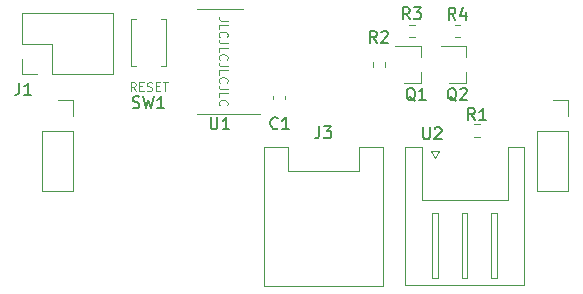
<source format=gbr>
%TF.GenerationSoftware,KiCad,Pcbnew,(5.1.9-0-10_14)*%
%TF.CreationDate,2021-05-08T21:12:27+02:00*%
%TF.ProjectId,MFM-Module-SEN0313,4d464d2d-4d6f-4647-956c-652d53454e30,rev?*%
%TF.SameCoordinates,PX82714f8PY6141b48*%
%TF.FileFunction,Legend,Top*%
%TF.FilePolarity,Positive*%
%FSLAX46Y46*%
G04 Gerber Fmt 4.6, Leading zero omitted, Abs format (unit mm)*
G04 Created by KiCad (PCBNEW (5.1.9-0-10_14)) date 2021-05-08 21:12:27*
%MOMM*%
%LPD*%
G01*
G04 APERTURE LIST*
%ADD10C,0.100000*%
%ADD11C,0.120000*%
%ADD12C,0.150000*%
G04 APERTURE END LIST*
D10*
X10658214Y17123215D02*
X10408214Y17480358D01*
X10229642Y17123215D02*
X10229642Y17873215D01*
X10515357Y17873215D01*
X10586785Y17837500D01*
X10622500Y17801786D01*
X10658214Y17730358D01*
X10658214Y17623215D01*
X10622500Y17551786D01*
X10586785Y17516072D01*
X10515357Y17480358D01*
X10229642Y17480358D01*
X10979642Y17516072D02*
X11229642Y17516072D01*
X11336785Y17123215D02*
X10979642Y17123215D01*
X10979642Y17873215D01*
X11336785Y17873215D01*
X11622500Y17158929D02*
X11729642Y17123215D01*
X11908214Y17123215D01*
X11979642Y17158929D01*
X12015357Y17194643D01*
X12051071Y17266072D01*
X12051071Y17337500D01*
X12015357Y17408929D01*
X11979642Y17444643D01*
X11908214Y17480358D01*
X11765357Y17516072D01*
X11693928Y17551786D01*
X11658214Y17587500D01*
X11622500Y17658929D01*
X11622500Y17730358D01*
X11658214Y17801786D01*
X11693928Y17837500D01*
X11765357Y17873215D01*
X11943928Y17873215D01*
X12051071Y17837500D01*
X12372500Y17516072D02*
X12622500Y17516072D01*
X12729642Y17123215D02*
X12372500Y17123215D01*
X12372500Y17873215D01*
X12729642Y17873215D01*
X12943928Y17873215D02*
X13372500Y17873215D01*
X13158214Y17123215D02*
X13158214Y17873215D01*
X18444714Y23085786D02*
X17909000Y23085786D01*
X17801857Y23121500D01*
X17730428Y23192929D01*
X17694714Y23300072D01*
X17694714Y23371500D01*
X17694714Y22371500D02*
X17694714Y22728643D01*
X18444714Y22728643D01*
X17766142Y21692929D02*
X17730428Y21728643D01*
X17694714Y21835786D01*
X17694714Y21907215D01*
X17730428Y22014358D01*
X17801857Y22085786D01*
X17873285Y22121500D01*
X18016142Y22157215D01*
X18123285Y22157215D01*
X18266142Y22121500D01*
X18337571Y22085786D01*
X18409000Y22014358D01*
X18444714Y21907215D01*
X18444714Y21835786D01*
X18409000Y21728643D01*
X18373285Y21692929D01*
X18444714Y21157215D02*
X17909000Y21157215D01*
X17801857Y21192929D01*
X17730428Y21264358D01*
X17694714Y21371500D01*
X17694714Y21442929D01*
X17694714Y20442929D02*
X17694714Y20800072D01*
X18444714Y20800072D01*
X17766142Y19764358D02*
X17730428Y19800072D01*
X17694714Y19907215D01*
X17694714Y19978643D01*
X17730428Y20085786D01*
X17801857Y20157215D01*
X17873285Y20192929D01*
X18016142Y20228643D01*
X18123285Y20228643D01*
X18266142Y20192929D01*
X18337571Y20157215D01*
X18409000Y20085786D01*
X18444714Y19978643D01*
X18444714Y19907215D01*
X18409000Y19800072D01*
X18373285Y19764358D01*
X18444714Y19228643D02*
X17909000Y19228643D01*
X17801857Y19264358D01*
X17730428Y19335786D01*
X17694714Y19442929D01*
X17694714Y19514358D01*
X17694714Y18514358D02*
X17694714Y18871500D01*
X18444714Y18871500D01*
X17766142Y17835786D02*
X17730428Y17871500D01*
X17694714Y17978643D01*
X17694714Y18050072D01*
X17730428Y18157215D01*
X17801857Y18228643D01*
X17873285Y18264358D01*
X18016142Y18300072D01*
X18123285Y18300072D01*
X18266142Y18264358D01*
X18337571Y18228643D01*
X18409000Y18157215D01*
X18444714Y18050072D01*
X18444714Y17978643D01*
X18409000Y17871500D01*
X18373285Y17835786D01*
X18444714Y17300072D02*
X17909000Y17300072D01*
X17801857Y17335786D01*
X17730428Y17407215D01*
X17694714Y17514358D01*
X17694714Y17585786D01*
X17694714Y16585786D02*
X17694714Y16942929D01*
X18444714Y16942929D01*
X17766142Y15907215D02*
X17730428Y15942929D01*
X17694714Y16050072D01*
X17694714Y16121500D01*
X17730428Y16228643D01*
X17801857Y16300072D01*
X17873285Y16335786D01*
X18016142Y16371500D01*
X18123285Y16371500D01*
X18266142Y16335786D01*
X18337571Y16300072D01*
X18409000Y16228643D01*
X18444714Y16121500D01*
X18444714Y16050072D01*
X18409000Y15942929D01*
X18373285Y15907215D01*
D11*
%TO.C,J2*%
X4064000Y16379500D02*
X5394000Y16379500D01*
X5394000Y16379500D02*
X5394000Y15049500D01*
X5394000Y13779500D02*
X5394000Y8639500D01*
X2734000Y8639500D02*
X5394000Y8639500D01*
X2734000Y13779500D02*
X2734000Y8639500D01*
X2734000Y13779500D02*
X5394000Y13779500D01*
X44644000Y13779500D02*
X47304000Y13779500D01*
X45974000Y16379500D02*
X47304000Y16379500D01*
X47304000Y16379500D02*
X47304000Y15049500D01*
X47304000Y13779500D02*
X47304000Y8639500D01*
X44644000Y8639500D02*
X47304000Y8639500D01*
X44644000Y13779500D02*
X44644000Y8639500D01*
%TO.C,J1*%
X8759500Y18545500D02*
X8759500Y23745500D01*
X3619500Y18545500D02*
X8759500Y18545500D01*
X1019500Y23745500D02*
X8759500Y23745500D01*
X3619500Y18545500D02*
X3619500Y21145500D01*
X3619500Y21145500D02*
X1019500Y21145500D01*
X1019500Y21145500D02*
X1019500Y23745500D01*
X2349500Y18545500D02*
X1019500Y18545500D01*
X1019500Y18545500D02*
X1019500Y19875500D01*
%TO.C,SW1*%
X12827500Y23209000D02*
X13197500Y23209000D01*
X12827500Y19209000D02*
X13197500Y19209000D01*
X13197500Y19209000D02*
X13197500Y23209000D01*
X10297500Y23209000D02*
X10667500Y23209000D01*
X10297500Y19209000D02*
X10297500Y23209000D01*
X10297500Y19209000D02*
X10667500Y19209000D01*
%TO.C,C1*%
X22286500Y16714080D02*
X22286500Y16432920D01*
X23306500Y16714080D02*
X23306500Y16432920D01*
%TO.C,J3*%
X21497001Y12411999D02*
X21497001Y591999D01*
X21497001Y591999D02*
X31617001Y591999D01*
X31617001Y591999D02*
X31617001Y12411999D01*
X23557001Y12411999D02*
X21497001Y12411999D01*
X23557001Y10351999D02*
X29557001Y10351999D01*
X23557001Y10351999D02*
X23557001Y12411999D01*
X29557001Y10351999D02*
X29557001Y12411999D01*
X29557001Y12411999D02*
X31617001Y12411999D01*
%TO.C,R1*%
X39797758Y14302000D02*
X39323242Y14302000D01*
X39797758Y13257000D02*
X39323242Y13257000D01*
%TO.C,U2*%
X36307001Y12069500D02*
X36007001Y11469500D01*
X35707001Y12069500D02*
X36307001Y12069500D01*
X36007001Y11469500D02*
X35707001Y12069500D01*
X41257001Y6769500D02*
X40757001Y6769500D01*
X41257001Y1269500D02*
X41257001Y6769500D01*
X40757001Y1269500D02*
X41257001Y1269500D01*
X40757001Y6769500D02*
X40757001Y1269500D01*
X38757001Y6769500D02*
X38257001Y6769500D01*
X38757001Y1269500D02*
X38757001Y6769500D01*
X38257001Y1269500D02*
X38757001Y1269500D01*
X38257001Y6769500D02*
X38257001Y1269500D01*
X36257001Y6769500D02*
X35757001Y6769500D01*
X36257001Y1269500D02*
X36257001Y6769500D01*
X35757001Y1269500D02*
X36257001Y1269500D01*
X35757001Y6769500D02*
X35757001Y1269500D01*
X42147001Y7879500D02*
X38507001Y7879500D01*
X42147001Y12379500D02*
X42147001Y7879500D01*
X43567001Y12379500D02*
X42147001Y12379500D01*
X43567001Y659500D02*
X43567001Y12379500D01*
X38507001Y659500D02*
X43567001Y659500D01*
X34867001Y7879500D02*
X38507001Y7879500D01*
X34867001Y12379500D02*
X34867001Y7879500D01*
X33447001Y12379500D02*
X34867001Y12379500D01*
X33447001Y659500D02*
X33447001Y12379500D01*
X38507001Y659500D02*
X33447001Y659500D01*
%TO.C,U1*%
X17780000Y15186500D02*
X21230000Y15186500D01*
X17780000Y15186500D02*
X15830000Y15186500D01*
X17780000Y24056500D02*
X19730000Y24056500D01*
X17780000Y24056500D02*
X15830000Y24056500D01*
%TO.C,Q1*%
X34806501Y17790499D02*
X34806501Y18720499D01*
X34806501Y20950499D02*
X34806501Y20020499D01*
X34806501Y20950499D02*
X32646501Y20950499D01*
X34806501Y17790499D02*
X33346501Y17790499D01*
%TO.C,Q2*%
X38669500Y17787500D02*
X37209500Y17787500D01*
X38669500Y20947500D02*
X36509500Y20947500D01*
X38669500Y20947500D02*
X38669500Y20017500D01*
X38669500Y17787500D02*
X38669500Y18717500D01*
%TO.C,R2*%
X30719500Y19604758D02*
X30719500Y19130242D01*
X31764500Y19604758D02*
X31764500Y19130242D01*
%TO.C,R3*%
X33798742Y22747500D02*
X34273258Y22747500D01*
X33798742Y21702500D02*
X34273258Y21702500D01*
%TO.C,R4*%
X38146758Y22747500D02*
X37672242Y22747500D01*
X38146758Y21702500D02*
X37672242Y21702500D01*
%TO.C,J1*%
D12*
X809666Y17794220D02*
X809666Y17079934D01*
X762047Y16937077D01*
X666809Y16841839D01*
X523952Y16794220D01*
X428714Y16794220D01*
X1809666Y16794220D02*
X1238238Y16794220D01*
X1523952Y16794220D02*
X1523952Y17794220D01*
X1428714Y17651362D01*
X1333476Y17556124D01*
X1238238Y17508505D01*
%TO.C,SW1*%
X10414166Y15724239D02*
X10557023Y15676620D01*
X10795119Y15676620D01*
X10890357Y15724239D01*
X10937976Y15771858D01*
X10985595Y15867096D01*
X10985595Y15962334D01*
X10937976Y16057572D01*
X10890357Y16105191D01*
X10795119Y16152810D01*
X10604642Y16200429D01*
X10509404Y16248048D01*
X10461785Y16295667D01*
X10414166Y16390905D01*
X10414166Y16486143D01*
X10461785Y16581381D01*
X10509404Y16629000D01*
X10604642Y16676620D01*
X10842738Y16676620D01*
X10985595Y16629000D01*
X11318928Y16676620D02*
X11557023Y15676620D01*
X11747500Y16390905D01*
X11937976Y15676620D01*
X12176071Y16676620D01*
X13080833Y15676620D02*
X12509404Y15676620D01*
X12795119Y15676620D02*
X12795119Y16676620D01*
X12699880Y16533762D01*
X12604642Y16438524D01*
X12509404Y16390905D01*
%TO.C,C1*%
X22693333Y13993858D02*
X22645714Y13946239D01*
X22502857Y13898620D01*
X22407619Y13898620D01*
X22264761Y13946239D01*
X22169523Y14041477D01*
X22121904Y14136715D01*
X22074285Y14327191D01*
X22074285Y14470048D01*
X22121904Y14660524D01*
X22169523Y14755762D01*
X22264761Y14851000D01*
X22407619Y14898620D01*
X22502857Y14898620D01*
X22645714Y14851000D01*
X22693333Y14803381D01*
X23645714Y13898620D02*
X23074285Y13898620D01*
X23360000Y13898620D02*
X23360000Y14898620D01*
X23264761Y14755762D01*
X23169523Y14660524D01*
X23074285Y14612905D01*
%TO.C,J3*%
X26209666Y14136620D02*
X26209666Y13422334D01*
X26162047Y13279477D01*
X26066809Y13184239D01*
X25923952Y13136620D01*
X25828714Y13136620D01*
X26590619Y14136620D02*
X27209666Y14136620D01*
X26876333Y13755667D01*
X27019190Y13755667D01*
X27114428Y13708048D01*
X27162047Y13660429D01*
X27209666Y13565191D01*
X27209666Y13327096D01*
X27162047Y13231858D01*
X27114428Y13184239D01*
X27019190Y13136620D01*
X26733476Y13136620D01*
X26638238Y13184239D01*
X26590619Y13231858D01*
%TO.C,R1*%
X39393833Y14660620D02*
X39060500Y15136810D01*
X38822404Y14660620D02*
X38822404Y15660620D01*
X39203357Y15660620D01*
X39298595Y15613000D01*
X39346214Y15565381D01*
X39393833Y15470143D01*
X39393833Y15327286D01*
X39346214Y15232048D01*
X39298595Y15184429D01*
X39203357Y15136810D01*
X38822404Y15136810D01*
X40346214Y14660620D02*
X39774785Y14660620D01*
X40060500Y14660620D02*
X40060500Y15660620D01*
X39965261Y15517762D01*
X39870023Y15422524D01*
X39774785Y15374905D01*
%TO.C,U2*%
X34988595Y14040621D02*
X34988595Y13231097D01*
X35036214Y13135859D01*
X35083833Y13088240D01*
X35179071Y13040621D01*
X35369547Y13040621D01*
X35464785Y13088240D01*
X35512404Y13135859D01*
X35560023Y13231097D01*
X35560023Y14040621D01*
X35988595Y13945382D02*
X36036214Y13993001D01*
X36131452Y14040621D01*
X36369547Y14040621D01*
X36464785Y13993001D01*
X36512404Y13945382D01*
X36560023Y13850144D01*
X36560023Y13754906D01*
X36512404Y13612049D01*
X35940976Y13040621D01*
X36560023Y13040621D01*
%TO.C,U1*%
X17018095Y14889120D02*
X17018095Y14079596D01*
X17065714Y13984358D01*
X17113333Y13936739D01*
X17208571Y13889120D01*
X17399047Y13889120D01*
X17494285Y13936739D01*
X17541904Y13984358D01*
X17589523Y14079596D01*
X17589523Y14889120D01*
X18589523Y13889120D02*
X18018095Y13889120D01*
X18303809Y13889120D02*
X18303809Y14889120D01*
X18208571Y14746262D01*
X18113333Y14651024D01*
X18018095Y14603405D01*
%TO.C,Q1*%
X34321761Y16279881D02*
X34226523Y16327500D01*
X34131285Y16422739D01*
X33988428Y16565596D01*
X33893190Y16613215D01*
X33797952Y16613215D01*
X33845571Y16375120D02*
X33750333Y16422739D01*
X33655095Y16517977D01*
X33607476Y16708453D01*
X33607476Y17041786D01*
X33655095Y17232262D01*
X33750333Y17327500D01*
X33845571Y17375120D01*
X34036047Y17375120D01*
X34131285Y17327500D01*
X34226523Y17232262D01*
X34274142Y17041786D01*
X34274142Y16708453D01*
X34226523Y16517977D01*
X34131285Y16422739D01*
X34036047Y16375120D01*
X33845571Y16375120D01*
X35226523Y16375120D02*
X34655095Y16375120D01*
X34940809Y16375120D02*
X34940809Y17375120D01*
X34845571Y17232262D01*
X34750333Y17137024D01*
X34655095Y17089405D01*
%TO.C,Q2*%
X37814261Y16279881D02*
X37719023Y16327500D01*
X37623785Y16422739D01*
X37480928Y16565596D01*
X37385690Y16613215D01*
X37290452Y16613215D01*
X37338071Y16375120D02*
X37242833Y16422739D01*
X37147595Y16517977D01*
X37099976Y16708453D01*
X37099976Y17041786D01*
X37147595Y17232262D01*
X37242833Y17327500D01*
X37338071Y17375120D01*
X37528547Y17375120D01*
X37623785Y17327500D01*
X37719023Y17232262D01*
X37766642Y17041786D01*
X37766642Y16708453D01*
X37719023Y16517977D01*
X37623785Y16422739D01*
X37528547Y16375120D01*
X37338071Y16375120D01*
X38147595Y17279881D02*
X38195214Y17327500D01*
X38290452Y17375120D01*
X38528547Y17375120D01*
X38623785Y17327500D01*
X38671404Y17279881D01*
X38719023Y17184643D01*
X38719023Y17089405D01*
X38671404Y16946548D01*
X38099976Y16375120D01*
X38719023Y16375120D01*
%TO.C,R2*%
X31075333Y21201120D02*
X30742000Y21677310D01*
X30503904Y21201120D02*
X30503904Y22201120D01*
X30884857Y22201120D01*
X30980095Y22153500D01*
X31027714Y22105881D01*
X31075333Y22010643D01*
X31075333Y21867786D01*
X31027714Y21772548D01*
X30980095Y21724929D01*
X30884857Y21677310D01*
X30503904Y21677310D01*
X31456285Y22105881D02*
X31503904Y22153500D01*
X31599142Y22201120D01*
X31837238Y22201120D01*
X31932476Y22153500D01*
X31980095Y22105881D01*
X32027714Y22010643D01*
X32027714Y21915405D01*
X31980095Y21772548D01*
X31408666Y21201120D01*
X32027714Y21201120D01*
%TO.C,R3*%
X33869333Y23202620D02*
X33536000Y23678810D01*
X33297904Y23202620D02*
X33297904Y24202620D01*
X33678857Y24202620D01*
X33774095Y24155000D01*
X33821714Y24107381D01*
X33869333Y24012143D01*
X33869333Y23869286D01*
X33821714Y23774048D01*
X33774095Y23726429D01*
X33678857Y23678810D01*
X33297904Y23678810D01*
X34202666Y24202620D02*
X34821714Y24202620D01*
X34488380Y23821667D01*
X34631238Y23821667D01*
X34726476Y23774048D01*
X34774095Y23726429D01*
X34821714Y23631191D01*
X34821714Y23393096D01*
X34774095Y23297858D01*
X34726476Y23250239D01*
X34631238Y23202620D01*
X34345523Y23202620D01*
X34250285Y23250239D01*
X34202666Y23297858D01*
%TO.C,R4*%
X37742833Y23169620D02*
X37409500Y23645810D01*
X37171404Y23169620D02*
X37171404Y24169620D01*
X37552357Y24169620D01*
X37647595Y24122000D01*
X37695214Y24074381D01*
X37742833Y23979143D01*
X37742833Y23836286D01*
X37695214Y23741048D01*
X37647595Y23693429D01*
X37552357Y23645810D01*
X37171404Y23645810D01*
X38599976Y23836286D02*
X38599976Y23169620D01*
X38361880Y24217239D02*
X38123785Y23502953D01*
X38742833Y23502953D01*
%TD*%
M02*

</source>
